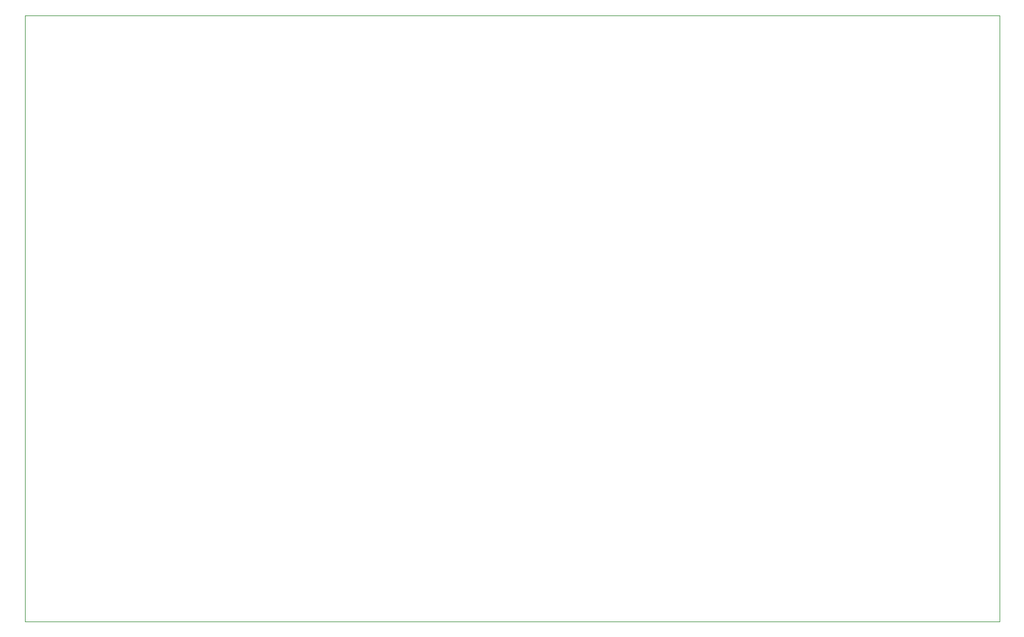
<source format=gbr>
G04 (created by PCBNEW (2013-07-07 BZR 4022)-stable) date Mon 16 Feb 2015 05:06:00 PM ART*
%MOIN*%
G04 Gerber Fmt 3.4, Leading zero omitted, Abs format*
%FSLAX34Y34*%
G01*
G70*
G90*
G04 APERTURE LIST*
%ADD10C,0.00590551*%
%ADD11C,0.00393701*%
G04 APERTURE END LIST*
G54D10*
G54D11*
X60576Y-5408D02*
X60576Y-39343D01*
X6037Y-5406D02*
X60570Y-5406D01*
X6037Y-39343D02*
X60570Y-39343D01*
X6009Y-5408D02*
X6009Y-39343D01*
M02*

</source>
